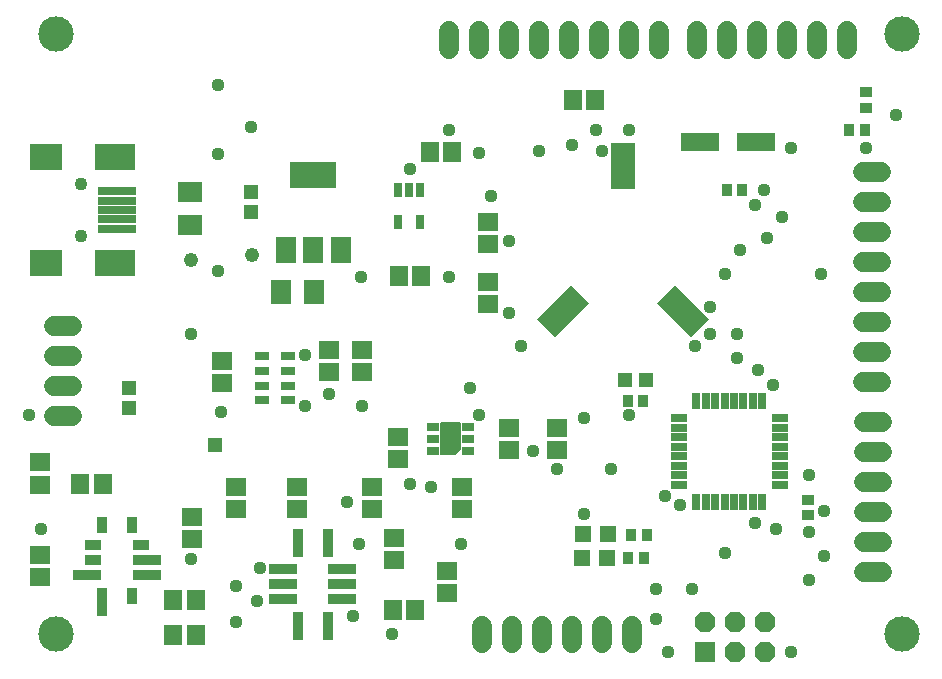
<source format=gts>
G75*
%MOIN*%
%OFA0B0*%
%FSLAX25Y25*%
%IPPOS*%
%LPD*%
%AMOC8*
5,1,8,0,0,1.08239X$1,22.5*
%
%ADD10C,0.11824*%
%ADD11R,0.06706X0.05918*%
%ADD12R,0.05918X0.06706*%
%ADD13C,0.06737*%
%ADD14R,0.09800X0.03300*%
%ADD15R,0.03300X0.09800*%
%ADD16R,0.05800X0.03300*%
%ADD17R,0.03300X0.05800*%
%ADD18R,0.07887X0.07099*%
%ADD19R,0.07099X0.07887*%
%ADD20R,0.10643X0.08674*%
%ADD21R,0.13792X0.08674*%
%ADD22R,0.13005X0.02769*%
%ADD23C,0.04343*%
%ADD24R,0.04737X0.05131*%
%ADD25R,0.03556X0.04343*%
%ADD26R,0.06706X0.08674*%
%ADD27R,0.15761X0.08674*%
%ADD28R,0.05131X0.04737*%
%ADD29R,0.05800X0.03000*%
%ADD30R,0.03000X0.05800*%
%ADD31R,0.06800X0.06800*%
%ADD32OC8,0.06800*%
%ADD33R,0.04343X0.03556*%
%ADD34R,0.05131X0.03162*%
%ADD35R,0.15800X0.08400*%
%ADD36R,0.08400X0.15800*%
%ADD37R,0.03162X0.04934*%
%ADD38R,0.05524X0.05524*%
%ADD39R,0.03950X0.02769*%
%ADD40R,0.01587X0.01587*%
%ADD41C,0.00500*%
%ADD42R,0.12611X0.06312*%
%ADD43C,0.04369*%
%ADD44R,0.04762X0.04762*%
%ADD45C,0.04762*%
D10*
X0020625Y0023150D03*
X0020625Y0223150D03*
X0302625Y0223150D03*
X0302625Y0023150D03*
D11*
X0187625Y0084410D03*
X0187625Y0091890D03*
X0171625Y0091890D03*
X0171625Y0084410D03*
X0155988Y0072240D03*
X0155988Y0064760D03*
X0133238Y0055240D03*
X0133238Y0047760D03*
X0150988Y0044240D03*
X0150988Y0036760D03*
X0125987Y0064760D03*
X0125987Y0072240D03*
X0134625Y0081410D03*
X0134625Y0088890D03*
X0122625Y0110410D03*
X0122625Y0117890D03*
X0111625Y0117890D03*
X0111625Y0110410D03*
X0075863Y0106735D03*
X0075863Y0114215D03*
X0080738Y0072240D03*
X0080738Y0064760D03*
X0065988Y0062240D03*
X0065988Y0054760D03*
X0100987Y0064760D03*
X0100987Y0072240D03*
X0164750Y0133135D03*
X0164750Y0140615D03*
X0164538Y0153110D03*
X0164538Y0160590D03*
X0015400Y0080490D03*
X0015400Y0073010D03*
X0015400Y0049628D03*
X0015400Y0042147D03*
D12*
X0028710Y0073163D03*
X0036190Y0073163D03*
X0059747Y0034500D03*
X0067228Y0034500D03*
X0067228Y0022787D03*
X0059747Y0022787D03*
X0132885Y0031150D03*
X0140365Y0031150D03*
X0142278Y0142350D03*
X0134797Y0142350D03*
X0145247Y0183912D03*
X0152728Y0183912D03*
X0192885Y0201150D03*
X0200365Y0201150D03*
D13*
X0201625Y0218181D02*
X0201625Y0224119D01*
X0191625Y0224119D02*
X0191625Y0218181D01*
X0181625Y0218181D02*
X0181625Y0224119D01*
X0171625Y0224119D02*
X0171625Y0218181D01*
X0161625Y0218181D02*
X0161625Y0224119D01*
X0151625Y0224119D02*
X0151625Y0218181D01*
X0211625Y0218181D02*
X0211625Y0224119D01*
X0221625Y0224119D02*
X0221625Y0218181D01*
X0234325Y0218144D02*
X0234325Y0224081D01*
X0244325Y0224081D02*
X0244325Y0218144D01*
X0254325Y0218144D02*
X0254325Y0224081D01*
X0264325Y0224081D02*
X0264325Y0218144D01*
X0274325Y0218144D02*
X0274325Y0224081D01*
X0284325Y0224081D02*
X0284325Y0218144D01*
X0289656Y0177150D02*
X0295594Y0177150D01*
X0295594Y0167150D02*
X0289656Y0167150D01*
X0289656Y0157150D02*
X0295594Y0157150D01*
X0295594Y0147150D02*
X0289656Y0147150D01*
X0289656Y0137150D02*
X0295594Y0137150D01*
X0295594Y0127150D02*
X0289656Y0127150D01*
X0289656Y0117150D02*
X0295594Y0117150D01*
X0295594Y0107150D02*
X0289656Y0107150D01*
X0289881Y0093937D02*
X0295819Y0093937D01*
X0295819Y0083938D02*
X0289881Y0083938D01*
X0289881Y0073938D02*
X0295819Y0073938D01*
X0295819Y0063937D02*
X0289881Y0063937D01*
X0289881Y0053937D02*
X0295819Y0053937D01*
X0295819Y0043937D02*
X0289881Y0043937D01*
X0212500Y0025969D02*
X0212500Y0020031D01*
X0202500Y0020031D02*
X0202500Y0025969D01*
X0192500Y0025969D02*
X0192500Y0020031D01*
X0182500Y0020031D02*
X0182500Y0025969D01*
X0172500Y0025969D02*
X0172500Y0020031D01*
X0162500Y0020031D02*
X0162500Y0025969D01*
X0025969Y0095712D02*
X0020031Y0095712D01*
X0020031Y0105712D02*
X0025969Y0105712D01*
X0025969Y0115712D02*
X0020031Y0115712D01*
X0020031Y0125712D02*
X0025969Y0125712D01*
D14*
X0050862Y0047750D03*
X0050862Y0042750D03*
X0031113Y0042750D03*
X0096363Y0044750D03*
X0096363Y0039750D03*
X0096363Y0034750D03*
X0116112Y0034750D03*
X0116112Y0039750D03*
X0116112Y0044750D03*
D15*
X0111237Y0053561D03*
X0101237Y0053561D03*
X0101237Y0025939D03*
X0111237Y0025939D03*
X0035988Y0033939D03*
D16*
X0033113Y0047750D03*
X0033113Y0052750D03*
X0048862Y0052750D03*
D17*
X0045987Y0059561D03*
X0035988Y0059561D03*
X0045987Y0035939D03*
D18*
X0065425Y0159413D03*
X0065425Y0170437D03*
D19*
X0095601Y0137138D03*
X0106624Y0137138D03*
D20*
X0017201Y0146980D03*
X0017201Y0182020D03*
D21*
X0040430Y0182020D03*
X0040430Y0146980D03*
D22*
X0040824Y0158201D03*
X0040824Y0161350D03*
X0040824Y0164500D03*
X0040824Y0167650D03*
X0040824Y0170799D03*
D23*
X0029012Y0173161D03*
X0029012Y0155839D03*
D24*
X0085588Y0163729D03*
X0085588Y0170421D03*
X0210441Y0108000D03*
X0217134Y0108000D03*
D25*
X0216347Y0101000D03*
X0211228Y0101000D03*
X0212391Y0056162D03*
X0217509Y0056162D03*
X0216509Y0048437D03*
X0211391Y0048437D03*
X0244228Y0171025D03*
X0249347Y0171025D03*
X0285066Y0191150D03*
X0290184Y0191150D03*
D26*
X0115493Y0151336D03*
X0106437Y0151336D03*
X0097382Y0151336D03*
D27*
X0106437Y0176139D03*
D28*
X0045012Y0105259D03*
X0045012Y0098566D03*
D29*
X0228137Y0095024D03*
X0228137Y0091874D03*
X0228137Y0088724D03*
X0228137Y0085575D03*
X0228137Y0082425D03*
X0228137Y0079276D03*
X0228137Y0076126D03*
X0228137Y0072976D03*
X0261937Y0072976D03*
X0261937Y0076126D03*
X0261937Y0079276D03*
X0261937Y0082425D03*
X0261937Y0085575D03*
X0261937Y0088724D03*
X0261937Y0091874D03*
X0261937Y0095024D03*
D30*
X0256061Y0100900D03*
X0252912Y0100900D03*
X0249762Y0100900D03*
X0246612Y0100900D03*
X0243463Y0100900D03*
X0240313Y0100900D03*
X0237163Y0100900D03*
X0234014Y0100900D03*
X0234014Y0067100D03*
X0237163Y0067100D03*
X0240313Y0067100D03*
X0243463Y0067100D03*
X0246612Y0067100D03*
X0249762Y0067100D03*
X0252912Y0067100D03*
X0256061Y0067100D03*
D31*
X0236850Y0017250D03*
D32*
X0246850Y0017250D03*
X0246850Y0027250D03*
X0236850Y0027250D03*
X0256850Y0027250D03*
X0256850Y0017250D03*
D33*
X0271138Y0062691D03*
X0271138Y0067809D03*
X0290625Y0198591D03*
X0290625Y0203709D03*
D34*
X0097881Y0115819D03*
X0097881Y0110898D03*
X0097881Y0105977D03*
X0097881Y0101056D03*
X0089219Y0101056D03*
X0089219Y0105977D03*
X0089219Y0110898D03*
X0089219Y0115819D03*
D35*
G36*
X0198128Y0133427D02*
X0186957Y0122256D01*
X0181018Y0128195D01*
X0192189Y0139366D01*
X0198128Y0133427D01*
G37*
G36*
X0227036Y0139366D02*
X0238207Y0128195D01*
X0232268Y0122256D01*
X0221097Y0133427D01*
X0227036Y0139366D01*
G37*
D36*
X0209612Y0179196D03*
D37*
X0142090Y0171252D03*
X0138350Y0171252D03*
X0134610Y0171252D03*
X0134610Y0160623D03*
X0142090Y0160623D03*
D38*
X0196316Y0056350D03*
X0204584Y0056350D03*
X0204184Y0048625D03*
X0195916Y0048625D03*
D39*
X0158018Y0084288D03*
X0158018Y0088225D03*
X0158018Y0092162D03*
X0146207Y0092162D03*
X0146207Y0088225D03*
X0146207Y0084288D03*
D40*
X0152113Y0088225D03*
D41*
X0149061Y0088410D02*
X0155361Y0088410D01*
X0155361Y0087912D02*
X0149061Y0087912D01*
X0149061Y0087413D02*
X0155361Y0087413D01*
X0155361Y0086915D02*
X0149061Y0086915D01*
X0149061Y0086416D02*
X0155361Y0086416D01*
X0155361Y0085918D02*
X0149061Y0085918D01*
X0149061Y0085419D02*
X0155361Y0085419D01*
X0155361Y0084921D02*
X0149061Y0084921D01*
X0149061Y0084422D02*
X0154904Y0084422D01*
X0155361Y0084879D02*
X0153589Y0083107D01*
X0149061Y0083107D01*
X0149061Y0093442D01*
X0155361Y0093442D01*
X0155361Y0084879D01*
X0154406Y0083924D02*
X0149061Y0083924D01*
X0149061Y0083425D02*
X0153907Y0083425D01*
X0155361Y0088909D02*
X0149061Y0088909D01*
X0149061Y0089407D02*
X0155361Y0089407D01*
X0155361Y0089906D02*
X0149061Y0089906D01*
X0149061Y0090404D02*
X0155361Y0090404D01*
X0155361Y0090903D02*
X0149061Y0090903D01*
X0149061Y0091401D02*
X0155361Y0091401D01*
X0155361Y0091900D02*
X0149061Y0091900D01*
X0149061Y0092398D02*
X0155361Y0092398D01*
X0155361Y0092897D02*
X0149061Y0092897D01*
X0149061Y0093395D02*
X0155361Y0093395D01*
D42*
X0235176Y0187150D03*
X0254074Y0187150D03*
D43*
X0265625Y0185150D03*
X0256625Y0171150D03*
X0253625Y0166150D03*
X0262625Y0162150D03*
X0257625Y0155150D03*
X0248625Y0151150D03*
X0243625Y0143150D03*
X0238625Y0132150D03*
X0238625Y0123150D03*
X0233625Y0119150D03*
X0247625Y0115150D03*
X0254625Y0111150D03*
X0259625Y0106150D03*
X0247625Y0123150D03*
X0275625Y0143150D03*
X0290625Y0185150D03*
X0300625Y0196150D03*
X0211625Y0191150D03*
X0200625Y0191150D03*
X0202625Y0184150D03*
X0192625Y0186150D03*
X0181625Y0184150D03*
X0161750Y0183662D03*
X0151625Y0191150D03*
X0138475Y0178312D03*
X0165625Y0169150D03*
X0171625Y0154150D03*
X0151625Y0142150D03*
X0171625Y0130150D03*
X0175625Y0119150D03*
X0158625Y0105150D03*
X0161625Y0096150D03*
X0179625Y0084150D03*
X0187625Y0078150D03*
X0205625Y0078150D03*
X0196625Y0095150D03*
X0211625Y0096150D03*
X0223625Y0069150D03*
X0228625Y0066150D03*
X0243625Y0050150D03*
X0253625Y0060150D03*
X0260625Y0058150D03*
X0271625Y0057150D03*
X0276625Y0064150D03*
X0271625Y0076150D03*
X0276625Y0049150D03*
X0271625Y0041150D03*
X0265625Y0017150D03*
X0232625Y0038150D03*
X0220625Y0038150D03*
X0220625Y0028150D03*
X0224625Y0017150D03*
X0196625Y0063150D03*
X0155625Y0053150D03*
X0145625Y0072150D03*
X0138625Y0073150D03*
X0117625Y0067150D03*
X0121625Y0053150D03*
X0119625Y0029150D03*
X0132625Y0023150D03*
X0087625Y0034150D03*
X0080625Y0027150D03*
X0080625Y0039150D03*
X0088625Y0045150D03*
X0065625Y0048150D03*
X0015625Y0058150D03*
X0011625Y0096150D03*
X0065625Y0123150D03*
X0074625Y0144150D03*
X0103625Y0116150D03*
X0111625Y0103150D03*
X0103625Y0099150D03*
X0122625Y0099150D03*
X0075625Y0097150D03*
X0122162Y0142338D03*
X0074625Y0183150D03*
X0085625Y0192150D03*
X0074625Y0206150D03*
D44*
X0073625Y0086150D03*
D45*
X0065588Y0147688D03*
X0085800Y0149525D03*
M02*

</source>
